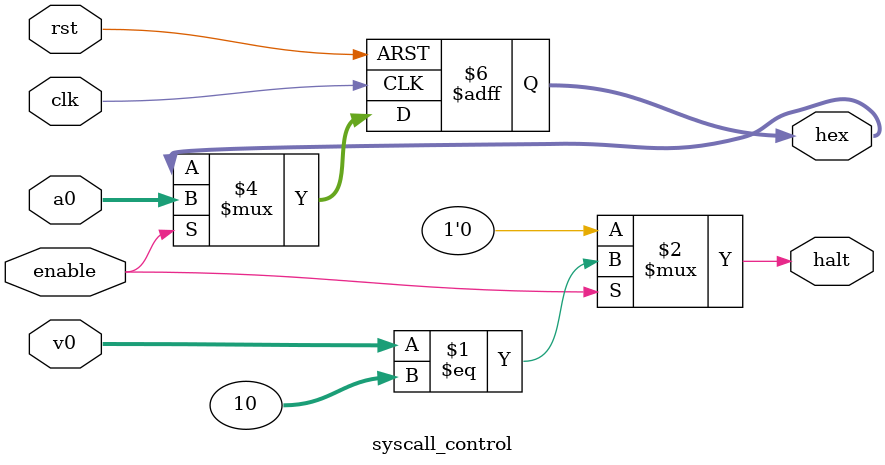
<source format=v>
module syscall_control (
    	input wire [31:0] v0,
	input wire [31:0] a0,
    	input wire enable,
    	input wire clk,
	input rst,
    	output wire halt,
    	output reg [31:0] hex
);

	assign halt = (enable) ? (v0 == 32'h0000000a) : 1'b0;

   	always @(posedge clk or posedge rst) begin
		if (rst)
			hex <= 32'b0;
		else if (enable) 
			hex <= a0;
	end

endmodule

</source>
